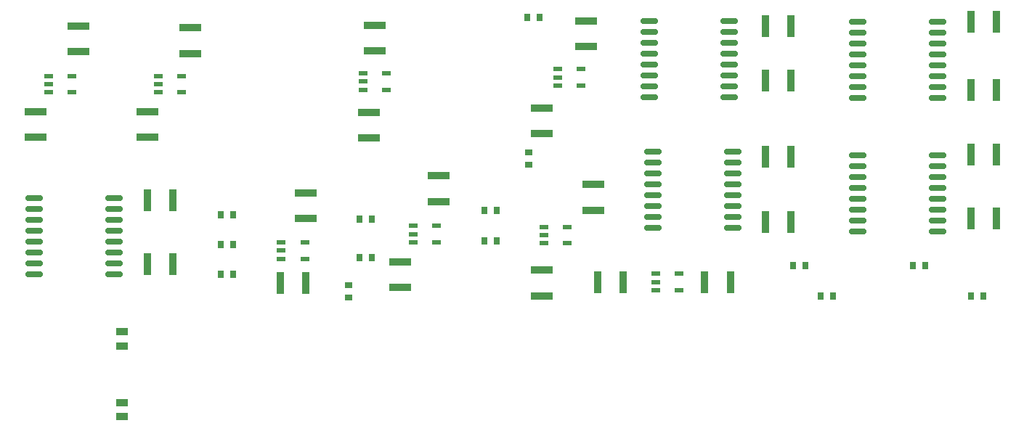
<source format=gbr>
%TF.GenerationSoftware,KiCad,Pcbnew,8.0.5*%
%TF.CreationDate,2024-10-09T14:13:09+02:00*%
%TF.ProjectId,ElectronicVdP,456c6563-7472-46f6-9e69-635664502e6b,v 1.0*%
%TF.SameCoordinates,Original*%
%TF.FileFunction,Paste,Top*%
%TF.FilePolarity,Positive*%
%FSLAX46Y46*%
G04 Gerber Fmt 4.6, Leading zero omitted, Abs format (unit mm)*
G04 Created by KiCad (PCBNEW 8.0.5) date 2024-10-09 14:13:09*
%MOMM*%
%LPD*%
G01*
G04 APERTURE LIST*
G04 Aperture macros list*
%AMRoundRect*
0 Rectangle with rounded corners*
0 $1 Rounding radius*
0 $2 $3 $4 $5 $6 $7 $8 $9 X,Y pos of 4 corners*
0 Add a 4 corners polygon primitive as box body*
4,1,4,$2,$3,$4,$5,$6,$7,$8,$9,$2,$3,0*
0 Add four circle primitives for the rounded corners*
1,1,$1+$1,$2,$3*
1,1,$1+$1,$4,$5*
1,1,$1+$1,$6,$7*
1,1,$1+$1,$8,$9*
0 Add four rect primitives between the rounded corners*
20,1,$1+$1,$2,$3,$4,$5,0*
20,1,$1+$1,$4,$5,$6,$7,0*
20,1,$1+$1,$6,$7,$8,$9,0*
20,1,$1+$1,$8,$9,$2,$3,0*%
G04 Aperture macros list end*
%ADD10R,0.977900X0.508000*%
%ADD11R,0.650000X0.900000*%
%ADD12R,0.900000X0.650000*%
%ADD13R,0.840000X2.640000*%
%ADD14R,1.390000X0.910000*%
%ADD15R,2.640000X0.840000*%
%ADD16RoundRect,0.150000X-0.875000X-0.150000X0.875000X-0.150000X0.875000X0.150000X-0.875000X0.150000X0*%
G04 APERTURE END LIST*
D10*
%TO.C,U11*%
X53989850Y-103364999D03*
X53989850Y-104315000D03*
X53989850Y-105265001D03*
X56720350Y-105265001D03*
X56720350Y-103364999D03*
%TD*%
%TO.C,U10*%
X66769550Y-103364999D03*
X66769550Y-104315000D03*
X66769550Y-105265001D03*
X69500050Y-105265001D03*
X69500050Y-103364999D03*
%TD*%
%TO.C,U9*%
X90634750Y-103049999D03*
X90634750Y-104000000D03*
X90634750Y-104950001D03*
X93365250Y-104950001D03*
X93365250Y-103049999D03*
%TD*%
%TO.C,U8*%
X124769550Y-126424999D03*
X124769550Y-127375000D03*
X124769550Y-128325001D03*
X127500050Y-128325001D03*
X127500050Y-126424999D03*
%TD*%
%TO.C,U7*%
X96500050Y-120834999D03*
X96500050Y-121785000D03*
X96500050Y-122735001D03*
X99230550Y-122735001D03*
X99230550Y-120834999D03*
%TD*%
%TO.C,U3*%
X113355050Y-102554999D03*
X113355050Y-103505000D03*
X113355050Y-104455001D03*
X116085550Y-104455001D03*
X116085550Y-102554999D03*
%TD*%
%TO.C,U2*%
X111769550Y-120969999D03*
X111769550Y-121920000D03*
X111769550Y-122870001D03*
X114500050Y-122870001D03*
X114500050Y-120969999D03*
%TD*%
%TO.C,U1*%
X81134750Y-122764999D03*
X81134750Y-123715000D03*
X81134750Y-124665001D03*
X83865250Y-124665001D03*
X83865250Y-122764999D03*
%TD*%
D11*
%TO.C,R14*%
X156225000Y-125500000D03*
X154775000Y-125500000D03*
%TD*%
%TO.C,R13*%
X161500000Y-129000000D03*
X162950000Y-129000000D03*
%TD*%
%TO.C,R12*%
X140775000Y-125500000D03*
X142225000Y-125500000D03*
%TD*%
%TO.C,R11*%
X144000000Y-129000000D03*
X145450000Y-129000000D03*
%TD*%
%TO.C,R10*%
X104775000Y-122620000D03*
X106225000Y-122620000D03*
%TD*%
%TO.C,R9*%
X90275000Y-124500000D03*
X91725000Y-124500000D03*
%TD*%
%TO.C,R8*%
X75500000Y-123016666D03*
X74050000Y-123016666D03*
%TD*%
%TO.C,R7*%
X109775000Y-96520000D03*
X111225000Y-96520000D03*
%TD*%
D12*
%TO.C,R6*%
X110000000Y-113665000D03*
X110000000Y-112215000D03*
%TD*%
D11*
%TO.C,R5*%
X104775000Y-119000000D03*
X106225000Y-119000000D03*
%TD*%
%TO.C,R4*%
X75500000Y-119500000D03*
X74050000Y-119500000D03*
%TD*%
D12*
%TO.C,R3*%
X89000000Y-127775000D03*
X89000000Y-129225000D03*
%TD*%
D11*
%TO.C,R2*%
X90275000Y-120015000D03*
X91725000Y-120015000D03*
%TD*%
%TO.C,R1*%
X75500000Y-126500000D03*
X74050000Y-126500000D03*
%TD*%
D13*
%TO.C,C30*%
X164500000Y-112500000D03*
X161500000Y-112500000D03*
%TD*%
D14*
%TO.C,C29*%
X62525000Y-143115000D03*
X62525000Y-141475000D03*
%TD*%
%TO.C,C28*%
X62525000Y-134820000D03*
X62525000Y-133180000D03*
%TD*%
D13*
%TO.C,C27*%
X161500000Y-120000000D03*
X164500000Y-120000000D03*
%TD*%
%TO.C,C26*%
X68500000Y-117835000D03*
X65500000Y-117835000D03*
%TD*%
%TO.C,C25*%
X65500000Y-125335000D03*
X68500000Y-125335000D03*
%TD*%
D15*
%TO.C,C24*%
X116625300Y-96925000D03*
X116625300Y-99925000D03*
%TD*%
%TO.C,C23*%
X111500000Y-107085000D03*
X111500000Y-110085000D03*
%TD*%
%TO.C,C22*%
X111500000Y-126000000D03*
X111500000Y-129000000D03*
%TD*%
%TO.C,C21*%
X117500000Y-116000000D03*
X117500000Y-119000000D03*
%TD*%
D13*
%TO.C,C20*%
X81000000Y-127500000D03*
X84000000Y-127500000D03*
%TD*%
D15*
%TO.C,C19*%
X84000000Y-117000000D03*
X84000000Y-120000000D03*
%TD*%
%TO.C,C18*%
X91365000Y-107580000D03*
X91365000Y-110580000D03*
%TD*%
%TO.C,C17*%
X92000000Y-97420000D03*
X92000000Y-100420000D03*
%TD*%
%TO.C,C16*%
X65500000Y-107500000D03*
X65500000Y-110500000D03*
%TD*%
%TO.C,C15*%
X70500000Y-97735000D03*
X70500000Y-100735000D03*
%TD*%
%TO.C,C14*%
X57500000Y-97500000D03*
X57500000Y-100500000D03*
%TD*%
%TO.C,C13*%
X52500000Y-107500000D03*
X52500000Y-110500000D03*
%TD*%
D13*
%TO.C,C12*%
X137580000Y-103910000D03*
X140580000Y-103910000D03*
%TD*%
%TO.C,C11*%
X140580000Y-97560000D03*
X137580000Y-97560000D03*
%TD*%
%TO.C,C10*%
X140580000Y-112800000D03*
X137580000Y-112800000D03*
%TD*%
%TO.C,C9*%
X137580000Y-120420000D03*
X140580000Y-120420000D03*
%TD*%
%TO.C,C8*%
X133500000Y-127425000D03*
X130500000Y-127425000D03*
%TD*%
%TO.C,C7*%
X121000000Y-127425000D03*
X118000000Y-127425000D03*
%TD*%
D15*
%TO.C,C6*%
X99500000Y-115000000D03*
X99500000Y-118000000D03*
%TD*%
%TO.C,C5*%
X95000000Y-125000000D03*
X95000000Y-128000000D03*
%TD*%
D13*
%TO.C,C4*%
X164500000Y-97000000D03*
X161500000Y-97000000D03*
%TD*%
%TO.C,C3*%
X161500000Y-105000000D03*
X164500000Y-105000000D03*
%TD*%
D16*
%TO.C,U5*%
X124470000Y-112165000D03*
X124470000Y-113435000D03*
X124470000Y-114705000D03*
X124470000Y-115975000D03*
X124470000Y-117245000D03*
X124470000Y-118515000D03*
X124470000Y-119785000D03*
X124470000Y-121055000D03*
X133770000Y-121055000D03*
X133770000Y-119785000D03*
X133770000Y-118515000D03*
X133770000Y-117245000D03*
X133770000Y-115975000D03*
X133770000Y-114705000D03*
X133770000Y-113435000D03*
X133770000Y-112165000D03*
%TD*%
%TO.C,U12*%
X148350000Y-96980000D03*
X148350000Y-98250000D03*
X148350000Y-99520000D03*
X148350000Y-100790000D03*
X148350000Y-102060000D03*
X148350000Y-103330000D03*
X148350000Y-104600000D03*
X148350000Y-105870000D03*
X157650000Y-105870000D03*
X157650000Y-104600000D03*
X157650000Y-103330000D03*
X157650000Y-102060000D03*
X157650000Y-100790000D03*
X157650000Y-99520000D03*
X157650000Y-98250000D03*
X157650000Y-96980000D03*
%TD*%
%TO.C,U13*%
X148350000Y-112555000D03*
X148350000Y-113825000D03*
X148350000Y-115095000D03*
X148350000Y-116365000D03*
X148350000Y-117635000D03*
X148350000Y-118905000D03*
X148350000Y-120175000D03*
X148350000Y-121445000D03*
X157650000Y-121445000D03*
X157650000Y-120175000D03*
X157650000Y-118905000D03*
X157650000Y-117635000D03*
X157650000Y-116365000D03*
X157650000Y-115095000D03*
X157650000Y-113825000D03*
X157650000Y-112555000D03*
%TD*%
%TO.C,U6*%
X52350000Y-117555000D03*
X52350000Y-118825000D03*
X52350000Y-120095000D03*
X52350000Y-121365000D03*
X52350000Y-122635000D03*
X52350000Y-123905000D03*
X52350000Y-125175000D03*
X52350000Y-126445000D03*
X61650000Y-126445000D03*
X61650000Y-125175000D03*
X61650000Y-123905000D03*
X61650000Y-122635000D03*
X61650000Y-121365000D03*
X61650000Y-120095000D03*
X61650000Y-118825000D03*
X61650000Y-117555000D03*
%TD*%
%TO.C,U4*%
X124040000Y-96925000D03*
X124040000Y-98195000D03*
X124040000Y-99465000D03*
X124040000Y-100735000D03*
X124040000Y-102005000D03*
X124040000Y-103275000D03*
X124040000Y-104545000D03*
X124040000Y-105815000D03*
X133340000Y-105815000D03*
X133340000Y-104545000D03*
X133340000Y-103275000D03*
X133340000Y-102005000D03*
X133340000Y-100735000D03*
X133340000Y-99465000D03*
X133340000Y-98195000D03*
X133340000Y-96925000D03*
%TD*%
M02*

</source>
